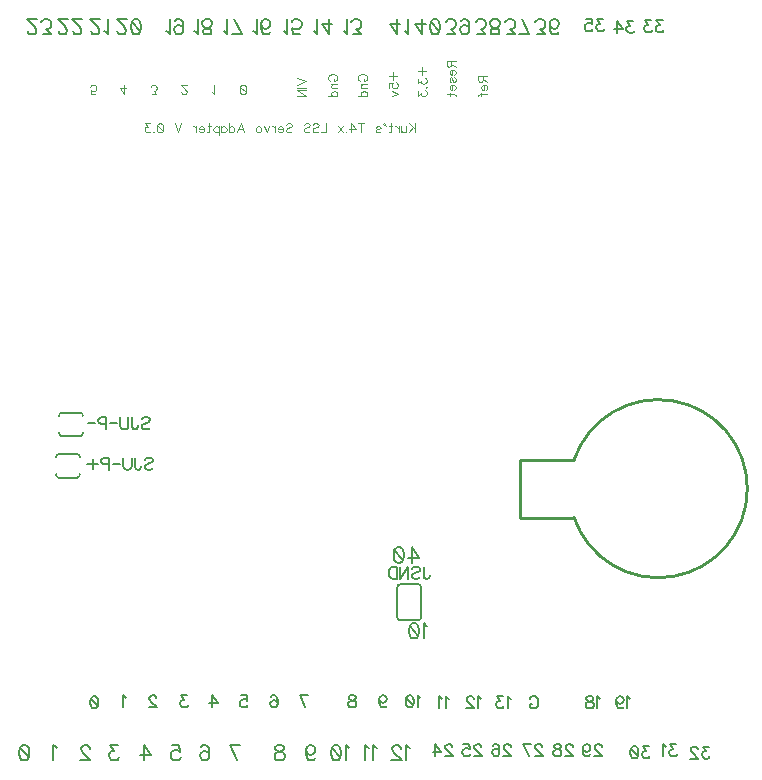
<source format=gbo>
G04 DipTrace 3.3.1.3*
G04 T4LSSArduinoShield.gbo*
%MOIN*%
G04 #@! TF.FileFunction,Legend,Bot*
G04 #@! TF.Part,Single*
%ADD10C,0.009843*%
%ADD21C,0.008*%
%ADD36C,0.006*%
%ADD134C,0.006176*%
%ADD135C,0.00772*%
%ADD136C,0.007*%
%ADD137C,0.004632*%
%FSLAX26Y26*%
G04*
G70*
G90*
G75*
G01*
G04 BotSilk*
%LPD*%
X606922Y1364330D2*
D21*
X669911D1*
X606922Y1443070D2*
G03X599040Y1431259I1971J-9850D01*
G01*
X677793D2*
G03X669911Y1443070I-9852J1961D01*
G01*
X677793Y1376141D2*
G02X669911Y1364330I-9852J-1961D01*
G01*
X606922D2*
G02X599040Y1376141I1971J9850D01*
G01*
X669911Y1443070D2*
X606922D1*
X616922Y1502330D2*
X679911D1*
X616922Y1581070D2*
G03X609040Y1569259I1971J-9850D01*
G01*
X687793D2*
G03X679911Y1581070I-9852J1961D01*
G01*
X687793Y1514141D2*
G02X679911Y1502330I-9852J-1961D01*
G01*
X616922D2*
G02X609040Y1514141I1971J9850D01*
G01*
X679911Y1581070D2*
X616922D1*
X1735700Y998704D2*
D36*
Y898696D1*
X1815700Y998704D2*
G03X1805700Y1008700I-9997J-1D01*
G01*
Y888700D2*
G03X1815700Y898696I3J9997D01*
G01*
X1745700Y888700D2*
G02X1735700Y898696I-3J9997D01*
G01*
Y998704D2*
G02X1745700Y1008700I9997J-1D01*
G01*
X1805700D1*
X1745700Y888700D2*
X1805700D1*
X1815700Y898696D2*
Y998704D1*
X2145039Y1424175D2*
D10*
Y1231225D1*
Y1424175D2*
X2325337D1*
X2145039Y1231225D2*
X2325337D1*
Y1424175D2*
G02X2325337Y1231225I280731J-96475D01*
G01*
X894108Y1424530D2*
D134*
X897910Y1428377D1*
X903658Y1430278D1*
X911308D1*
X917056Y1428377D1*
X920903Y1424530D1*
Y1420728D1*
X918957Y1416881D1*
X917056Y1414980D1*
X913253Y1413079D1*
X901757Y1409232D1*
X897910Y1407331D1*
X896009Y1405385D1*
X894108Y1401583D1*
Y1395834D1*
X897910Y1392032D1*
X903658Y1390086D1*
X911308D1*
X917056Y1392032D1*
X920903Y1395834D1*
X862611Y1430278D2*
Y1399681D1*
X864512Y1393933D1*
X866458Y1392032D1*
X870260Y1390086D1*
X874107D1*
X877910Y1392032D1*
X879811Y1393933D1*
X881756Y1399681D1*
Y1403484D1*
X850260Y1430278D2*
Y1401583D1*
X848358Y1395834D1*
X844512Y1392032D1*
X838764Y1390086D1*
X834961D1*
X829213Y1392032D1*
X825366Y1395834D1*
X823465Y1401583D1*
Y1430278D1*
X811114Y1410160D2*
X789006D1*
X776654Y1409232D2*
X759410D1*
X753707Y1411133D1*
X751761Y1413079D1*
X749860Y1416881D1*
Y1422629D1*
X751761Y1426432D1*
X753707Y1428377D1*
X759410Y1430278D1*
X776654D1*
Y1390086D1*
X720308Y1427382D2*
Y1392938D1*
X737508Y1410138D2*
X703064D1*
X883940Y1559530D2*
X887742Y1563377D1*
X893490Y1565278D1*
X901140D1*
X906888Y1563377D1*
X910734Y1559530D1*
Y1555728D1*
X908789Y1551881D1*
X906888Y1549980D1*
X903085Y1548079D1*
X891589Y1544232D1*
X887742Y1542331D1*
X885841Y1540385D1*
X883940Y1536583D1*
Y1530834D1*
X887742Y1527032D1*
X893490Y1525086D1*
X901140D1*
X906888Y1527032D1*
X910734Y1530834D1*
X852443Y1565278D2*
Y1534681D1*
X854344Y1528933D1*
X856290Y1527032D1*
X860092Y1525086D1*
X863939D1*
X867742Y1527032D1*
X869643Y1528933D1*
X871588Y1534681D1*
Y1538484D1*
X840092Y1565278D2*
Y1536583D1*
X838190Y1530834D1*
X834344Y1527032D1*
X828596Y1525086D1*
X824793D1*
X819045Y1527032D1*
X815198Y1530834D1*
X813297Y1536583D1*
Y1565278D1*
X800946Y1545160D2*
X778838D1*
X766486Y1544232D2*
X749242D1*
X743538Y1546133D1*
X741593Y1548079D1*
X739692Y1551881D1*
Y1557629D1*
X741593Y1561432D1*
X743538Y1563377D1*
X749242Y1565278D1*
X766486D1*
Y1525086D1*
X727340Y1545160D2*
X705232D1*
X1824846Y1067278D2*
Y1036681D1*
X1826748Y1030933D1*
X1828693Y1029032D1*
X1832496Y1027086D1*
X1836342D1*
X1840145Y1029032D1*
X1842046Y1030933D1*
X1843992Y1036681D1*
Y1040484D1*
X1785700Y1061530D2*
X1789503Y1065377D1*
X1795251Y1067278D1*
X1802900D1*
X1808648Y1065377D1*
X1812495Y1061530D1*
Y1057728D1*
X1810550Y1053881D1*
X1808648Y1051980D1*
X1804846Y1050079D1*
X1793350Y1046232D1*
X1789503Y1044331D1*
X1787602Y1042385D1*
X1785700Y1038583D1*
Y1032834D1*
X1789503Y1029032D1*
X1795251Y1027086D1*
X1802900D1*
X1808648Y1029032D1*
X1812495Y1032834D1*
X1746554Y1067278D2*
Y1027086D1*
X1773349Y1067278D1*
Y1027086D1*
X1734203Y1067278D2*
Y1027086D1*
X1720806D1*
X1715058Y1029032D1*
X1711211Y1032834D1*
X1709309Y1036681D1*
X1707408Y1042385D1*
Y1051980D1*
X1709309Y1057728D1*
X1711211Y1061530D1*
X1715058Y1065377D1*
X1720806Y1067278D1*
X1734203D1*
X495323Y472546D2*
D135*
X502509Y470169D1*
X507317Y462984D1*
X509694Y451046D1*
Y443861D1*
X507317Y431923D1*
X502509Y424737D1*
X495323Y422361D1*
X490570D1*
X483385Y424737D1*
X478632Y431923D1*
X476200Y443861D1*
Y451046D1*
X478632Y462984D1*
X483385Y470169D1*
X490570Y472546D1*
X495323D1*
X478632Y462984D2*
X507317Y431923D1*
X601694Y462984D2*
X596885Y465416D1*
X589700Y472546D1*
Y422361D1*
X710762Y460607D2*
Y462984D1*
X708385Y467792D1*
X706009Y470169D1*
X701200Y472546D1*
X691638D1*
X686885Y470169D1*
X684509Y467792D1*
X682077Y462984D1*
Y458231D1*
X684509Y453422D1*
X689262Y446293D1*
X713194Y422361D1*
X679700D1*
X803885Y472546D2*
X777632D1*
X791947Y453422D1*
X784762D1*
X780009Y451046D1*
X777632Y448669D1*
X775200Y441484D1*
Y436731D1*
X777632Y429546D1*
X782385Y424737D1*
X789570Y422361D1*
X796755D1*
X803885Y424737D1*
X806262Y427169D1*
X808694Y431923D1*
X890638Y422361D2*
Y472546D1*
X914570Y439108D1*
X878700D1*
X985009Y472546D2*
X1008885D1*
X1011262Y451046D1*
X1008885Y453422D1*
X1001700Y455854D1*
X994570D1*
X987385Y453422D1*
X982577Y448669D1*
X980200Y441484D1*
Y436731D1*
X982577Y429546D1*
X987385Y424737D1*
X994570Y422361D1*
X1001700D1*
X1008885Y424737D1*
X1011262Y427169D1*
X1013694Y431923D1*
X1081077Y465416D2*
X1083453Y470169D1*
X1090638Y472546D1*
X1095392D1*
X1102577Y470169D1*
X1107385Y462984D1*
X1109762Y451046D1*
Y439108D1*
X1107385Y429546D1*
X1102577Y424737D1*
X1095392Y422361D1*
X1093015D1*
X1085885Y424737D1*
X1081077Y429546D1*
X1078700Y436731D1*
Y439108D1*
X1081077Y446293D1*
X1085885Y451046D1*
X1093015Y453422D1*
X1095392D1*
X1102577Y451046D1*
X1107385Y446293D1*
X1109762Y439108D1*
X1203132Y422361D2*
X1179200Y472546D1*
X1212694D1*
X1349200D2*
X1356330Y470169D1*
X1358762Y465416D1*
Y460607D1*
X1356330Y455854D1*
X1351577Y453422D1*
X1342015Y451046D1*
X1334830Y448669D1*
X1330077Y443861D1*
X1327700Y439108D1*
Y431923D1*
X1330077Y427169D1*
X1332453Y424737D1*
X1339638Y422361D1*
X1349200D1*
X1356330Y424737D1*
X1358762Y427169D1*
X1361138Y431923D1*
Y439108D1*
X1358762Y443861D1*
X1353953Y448669D1*
X1346823Y451046D1*
X1337262Y453422D1*
X1332453Y455854D1*
X1330077Y460607D1*
Y465416D1*
X1332453Y470169D1*
X1339638Y472546D1*
X1349200D1*
X1431700Y455854D2*
X1434132Y448669D1*
X1438885Y443861D1*
X1446070Y441484D1*
X1448447D1*
X1455632Y443861D1*
X1460385Y448669D1*
X1462817Y455854D1*
Y458231D1*
X1460385Y465416D1*
X1455632Y470169D1*
X1448447Y472546D1*
X1446070D1*
X1438885Y470169D1*
X1434132Y465416D1*
X1431700Y455854D1*
Y443861D1*
X1434132Y431923D1*
X1438885Y424737D1*
X1446070Y422361D1*
X1450823D1*
X1458009Y424737D1*
X1460385Y429546D1*
X1576126Y462984D2*
X1571318Y465416D1*
X1564133Y472546D1*
Y422361D1*
X1534323Y472546D2*
X1541509Y470169D1*
X1546317Y462984D1*
X1548694Y451046D1*
Y443861D1*
X1546317Y431923D1*
X1541509Y424737D1*
X1534323Y422361D1*
X1529570D1*
X1522385Y424737D1*
X1517632Y431923D1*
X1515200Y443861D1*
Y451046D1*
X1517632Y462984D1*
X1522385Y470169D1*
X1529570Y472546D1*
X1534323D1*
X1517632Y462984D2*
X1546317Y431923D1*
X1667626Y462984D2*
X1662818Y465416D1*
X1655633Y472546D1*
Y422361D1*
X1640194Y462984D2*
X1635385Y465416D1*
X1628200Y472546D1*
Y422361D1*
X1777626Y462984D2*
X1772818Y465416D1*
X1765633Y472546D1*
Y422361D1*
X1747762Y460607D2*
Y462984D1*
X1745385Y467792D1*
X1743009Y470169D1*
X1738200Y472546D1*
X1728638D1*
X1723885Y470169D1*
X1721509Y467792D1*
X1719077Y462984D1*
Y458231D1*
X1721509Y453422D1*
X1726262Y446293D1*
X1750194Y422361D1*
X1716700D1*
X1557340Y2851954D2*
D136*
X1562149Y2849522D1*
X1569334Y2842392D1*
Y2892577D1*
X1588142Y2842392D2*
X1614395D1*
X1600081Y2861516D1*
X1607266Y2861515D1*
X1612019Y2863892D1*
X1614395Y2866269D1*
X1616827Y2873454D1*
Y2878207D1*
X1614395Y2885392D1*
X1609642Y2890200D1*
X1602457Y2892577D1*
X1595272D1*
X1588142Y2890200D1*
X1585766Y2887769D1*
X1583334Y2883015D1*
X2522744Y2886644D2*
D134*
X2501741D1*
X2513193Y2871345D1*
X2507445D1*
X2503643Y2869444D1*
X2501741Y2867543D1*
X2499796Y2861795D1*
Y2857992D1*
X2501741Y2852244D1*
X2505544Y2848397D1*
X2511292Y2846496D1*
X2517040D1*
X2522744Y2848397D1*
X2524645Y2850343D1*
X2526590Y2854145D1*
X2468299Y2846496D2*
Y2886644D1*
X2487444Y2859893D1*
X2458748D1*
X2422793Y2892694D2*
X2401790D1*
X2413242Y2877395D1*
X2407494D1*
X2403691Y2875494D1*
X2401790Y2873593D1*
X2399845Y2867845D1*
Y2864042D1*
X2401790Y2858294D1*
X2405593Y2854447D1*
X2411341Y2852546D1*
X2417089D1*
X2422793Y2854447D1*
X2424694Y2856393D1*
X2426639Y2860195D1*
X2364545Y2892694D2*
X2383647D1*
X2385548Y2875494D1*
X2383647Y2877395D1*
X2377898Y2879341D1*
X2372195D1*
X2366447Y2877395D1*
X2362600Y2873593D1*
X2360699Y2867845D1*
Y2864042D1*
X2362600Y2858294D1*
X2366447Y2854447D1*
X2372195Y2852546D1*
X2377898D1*
X2383647Y2854447D1*
X2385548Y2856393D1*
X2387493Y2860195D1*
X1457700Y2851954D2*
D136*
X1462508Y2849522D1*
X1469694Y2842392D1*
Y2892577D1*
X1507625D2*
Y2842392D1*
X1483694Y2875830D1*
X1519563D1*
X1357700Y2851954D2*
X1362508Y2849522D1*
X1369693Y2842392D1*
X1369694Y2892577D1*
X1412378Y2842392D2*
X1388502D1*
X1386125Y2863892D1*
X1388502Y2861516D1*
X1395687Y2859084D1*
X1402817D1*
X1410002Y2861515D1*
X1414810Y2866269D1*
X1417187Y2873454D1*
Y2878207D1*
X1414810Y2885392D1*
X1410002Y2890200D1*
X1402817Y2892577D1*
X1395687D1*
X1388502Y2890200D1*
X1386125Y2887769D1*
X1383693Y2883015D1*
X1255700Y2851954D2*
X1260509Y2849522D1*
X1267694Y2842392D1*
Y2892577D1*
X1310378Y2849522D2*
X1308002Y2844769D1*
X1300817Y2842392D1*
X1296064D1*
X1288879Y2844769D1*
X1284070Y2851954D1*
X1281694Y2863892D1*
Y2875830D1*
X1284070Y2885392D1*
X1288879Y2890200D1*
X1296064Y2892577D1*
X1298440D1*
X1305570Y2890200D1*
X1310378Y2885392D1*
X1312755Y2878207D1*
Y2875830D1*
X1310378Y2868645D1*
X1305570Y2863892D1*
X1298440Y2861516D1*
X1296064D1*
X1288879Y2863892D1*
X1284070Y2868645D1*
X1281694Y2875830D1*
X1157700Y2851954D2*
X1162508Y2849522D1*
X1169693Y2842392D1*
X1169694Y2892577D1*
X1193255D2*
X1217187Y2842392D1*
X1183693D1*
X1059700Y2851954D2*
X1064509Y2849522D1*
X1071694Y2842392D1*
Y2892577D1*
X1097632Y2842392D2*
X1090502Y2844769D1*
X1088070Y2849522D1*
Y2854330D1*
X1090502Y2859084D1*
X1095255Y2861516D1*
X1104817Y2863892D1*
X1112002Y2866269D1*
X1116755Y2871077D1*
X1119132Y2875830D1*
Y2883015D1*
X1116755Y2887769D1*
X1114378Y2890200D1*
X1107193Y2892577D1*
X1097632D1*
X1090502Y2890200D1*
X1088070Y2887769D1*
X1085694Y2883015D1*
Y2875830D1*
X1088070Y2871077D1*
X1092879Y2866269D1*
X1100008Y2863892D1*
X1109570Y2861515D1*
X1114378Y2859084D1*
X1116755Y2854330D1*
Y2849522D1*
X1114378Y2844769D1*
X1107193Y2842392D1*
X1097632D1*
X965700Y2851954D2*
X970508Y2849522D1*
X977693Y2842392D1*
Y2892577D1*
X1022810Y2859084D2*
X1020378Y2866269D1*
X1015625Y2871077D1*
X1008440Y2873454D1*
X1006063D1*
X998878Y2871077D1*
X994125Y2866269D1*
X991693Y2859084D1*
Y2856707D1*
X994125Y2849522D1*
X998878Y2844769D1*
X1006063Y2842392D1*
X1008440D1*
X1015625Y2844769D1*
X1020378Y2849522D1*
X1022810Y2859084D1*
Y2871077D1*
X1020378Y2883015D1*
X1015625Y2890200D1*
X1008440Y2892577D1*
X1003687D1*
X996502Y2890200D1*
X994125Y2885392D1*
X803132Y2854330D2*
Y2851954D1*
X805509Y2847145D1*
X807885Y2844769D1*
X812694Y2842392D1*
X822255D1*
X827008Y2844769D1*
X829385Y2847145D1*
X831817Y2851954D1*
Y2856707D1*
X829385Y2861516D1*
X824632Y2868645D1*
X800700Y2892577D1*
X834194D1*
X862563Y2842392D2*
X855378Y2844769D1*
X850570Y2851954D1*
X848193Y2863892D1*
Y2871077D1*
X850570Y2883015D1*
X855379Y2890200D1*
X862564Y2892577D1*
X867317D1*
X874502Y2890200D1*
X879255Y2883015D1*
X881687Y2871077D1*
Y2863892D1*
X879255Y2851954D1*
X874502Y2844769D1*
X867317Y2842392D1*
X862563D1*
X879255Y2851954D2*
X850570Y2883015D1*
X714632Y2854330D2*
Y2851954D1*
X717008Y2847145D1*
X719385Y2844769D1*
X724193Y2842392D1*
X733755D1*
X738508Y2844769D1*
X740885Y2847145D1*
X743317Y2851954D1*
Y2856707D1*
X740885Y2861516D1*
X736132Y2868645D1*
X712200Y2892577D1*
X745693D1*
X759693Y2851954D2*
X764502Y2849522D1*
X771687Y2842392D1*
Y2892577D1*
X607132Y2854330D2*
Y2851954D1*
X609509Y2847145D1*
X611885Y2844769D1*
X616694Y2842392D1*
X626255D1*
X631008Y2844769D1*
X633385Y2847145D1*
X635817Y2851954D1*
Y2856707D1*
X633385Y2861516D1*
X628632Y2868645D1*
X604700Y2892577D1*
X638194D1*
X654625Y2854330D2*
Y2851954D1*
X657002Y2847145D1*
X659378Y2844769D1*
X664187Y2842392D1*
X673749D1*
X678502Y2844769D1*
X680878Y2847145D1*
X683310Y2851954D1*
Y2856707D1*
X680878Y2861515D1*
X676125Y2868645D1*
X652194Y2892577D1*
X685687D1*
X504132Y2854330D2*
Y2851954D1*
X506509Y2847145D1*
X508885Y2844769D1*
X513694Y2842392D1*
X523255D1*
X528008Y2844769D1*
X530385Y2847145D1*
X532817Y2851954D1*
Y2856707D1*
X530385Y2861516D1*
X525632Y2868645D1*
X501700Y2892577D1*
X535194D1*
X554002Y2842392D2*
X580255D1*
X565940Y2861516D1*
X573125Y2861515D1*
X577878Y2863892D1*
X580255Y2866269D1*
X582687Y2873454D1*
Y2878207D1*
X580255Y2885392D1*
X575502Y2890200D1*
X568317Y2892577D1*
X561132D1*
X554002Y2890200D1*
X551625Y2887769D1*
X549193Y2883015D1*
X1794628Y2545422D2*
D137*
Y2515278D1*
X1774532Y2545422D2*
X1794628Y2525326D1*
X1787466Y2532523D2*
X1774532Y2515278D1*
X1765269Y2535374D2*
Y2521015D1*
X1763843Y2516738D1*
X1760958Y2515278D1*
X1756647D1*
X1753795Y2516738D1*
X1749484Y2521015D1*
Y2535374D2*
Y2515278D1*
X1740220Y2535374D2*
Y2515278D1*
Y2526752D2*
X1738761Y2531063D1*
X1735909Y2533948D1*
X1733024Y2535374D1*
X1728713D1*
X1715139Y2545422D2*
Y2521015D1*
X1713713Y2516738D1*
X1710828Y2515278D1*
X1707976D1*
X1719450Y2535374D2*
X1709402D1*
X1691516Y2545389D2*
X1698712Y2536767D1*
X1690090Y2543963D1*
X1691516Y2545389D1*
X1665042Y2531063D2*
X1666468Y2533948D1*
X1670779Y2535374D1*
X1675090D1*
X1679401Y2533948D1*
X1680827Y2531063D1*
X1679401Y2528211D1*
X1676516Y2526752D1*
X1669353Y2525326D1*
X1666468Y2523900D1*
X1665042Y2521015D1*
Y2519589D1*
X1666468Y2516738D1*
X1670779Y2515278D1*
X1675090D1*
X1679401Y2516738D1*
X1680827Y2519589D1*
X1616569Y2545422D2*
Y2515278D1*
X1626617Y2545422D2*
X1606521D1*
X1582899Y2515278D2*
Y2545389D1*
X1597258Y2525326D1*
X1575736D1*
X1565046Y2518163D2*
X1566472Y2516704D1*
X1565046Y2515278D1*
X1563587Y2516704D1*
X1565046Y2518163D1*
X1554324Y2535374D2*
X1538539Y2515278D1*
Y2535374D2*
X1554324Y2515278D1*
X1500115Y2545422D2*
Y2515278D1*
X1482904D1*
X1453544Y2541111D2*
X1456396Y2543996D1*
X1460707Y2545422D1*
X1466444D1*
X1470755Y2543996D1*
X1473640Y2541111D1*
Y2538259D1*
X1472181Y2535374D1*
X1470755Y2533948D1*
X1467903Y2532523D1*
X1459281Y2529637D1*
X1456396Y2528211D1*
X1454970Y2526752D1*
X1453544Y2523900D1*
Y2519589D1*
X1456396Y2516738D1*
X1460707Y2515278D1*
X1466444D1*
X1470755Y2516738D1*
X1473640Y2519589D1*
X1424185Y2541111D2*
X1427037Y2543996D1*
X1431348Y2545422D1*
X1437085D1*
X1441396Y2543996D1*
X1444281Y2541111D1*
Y2538259D1*
X1442822Y2535374D1*
X1441396Y2533948D1*
X1438544Y2532523D1*
X1429922Y2529637D1*
X1427037Y2528211D1*
X1425611Y2526752D1*
X1424185Y2523900D1*
Y2519589D1*
X1427037Y2516738D1*
X1431348Y2515278D1*
X1437085D1*
X1441396Y2516738D1*
X1444281Y2519589D1*
X1365665Y2541111D2*
X1368516Y2543996D1*
X1372827Y2545422D1*
X1378564D1*
X1382875Y2543996D1*
X1385761Y2541111D1*
Y2538259D1*
X1384301Y2535374D1*
X1382875Y2533948D1*
X1380024Y2532523D1*
X1371402Y2529637D1*
X1368516Y2528211D1*
X1367091Y2526752D1*
X1365665Y2523900D1*
Y2519589D1*
X1368516Y2516738D1*
X1372827Y2515278D1*
X1378564D1*
X1382875Y2516738D1*
X1385761Y2519589D1*
X1356401Y2526752D2*
X1339190D1*
Y2529637D1*
X1340616Y2532523D1*
X1342042Y2533948D1*
X1344927Y2535374D1*
X1349238D1*
X1352090Y2533948D1*
X1354975Y2531063D1*
X1356401Y2526752D1*
Y2523900D1*
X1354975Y2519589D1*
X1352090Y2516738D1*
X1349238Y2515278D1*
X1344927D1*
X1342042Y2516738D1*
X1339190Y2519589D1*
X1329927Y2535374D2*
Y2515278D1*
Y2526752D2*
X1328467Y2531063D1*
X1325616Y2533948D1*
X1322730Y2535374D1*
X1318419D1*
X1309156D2*
X1300534Y2515278D1*
X1291945Y2535374D1*
X1275518D2*
X1278370Y2533948D1*
X1281255Y2531063D1*
X1282681Y2526752D1*
Y2523900D1*
X1281255Y2519589D1*
X1278370Y2516738D1*
X1275518Y2515278D1*
X1271207D1*
X1268322Y2516738D1*
X1265470Y2519589D1*
X1264011Y2523900D1*
Y2526752D1*
X1265470Y2531063D1*
X1268322Y2533948D1*
X1271207Y2535374D1*
X1275518D1*
X1202606Y2515278D2*
X1214113Y2545422D1*
X1225587Y2515278D1*
X1221276Y2525326D2*
X1206917D1*
X1176132Y2545422D2*
Y2515278D1*
Y2531063D2*
X1178984Y2533948D1*
X1181869Y2535374D1*
X1186180D1*
X1189032Y2533948D1*
X1191917Y2531063D1*
X1193343Y2526752D1*
Y2523900D1*
X1191917Y2519589D1*
X1189032Y2516738D1*
X1186180Y2515278D1*
X1181869D1*
X1178984Y2516738D1*
X1176132Y2519589D1*
X1149657Y2535374D2*
Y2515278D1*
Y2531063D2*
X1152509Y2533948D1*
X1155394Y2535374D1*
X1159672D1*
X1162557Y2533948D1*
X1165409Y2531063D1*
X1166868Y2526752D1*
Y2523900D1*
X1165409Y2519589D1*
X1162557Y2516738D1*
X1159672Y2515278D1*
X1155394D1*
X1152509Y2516738D1*
X1149657Y2519589D1*
X1140394Y2535374D2*
Y2505230D1*
Y2531063D2*
X1137509Y2533915D1*
X1134657Y2535374D1*
X1130346D1*
X1127461Y2533915D1*
X1124609Y2531063D1*
X1123150Y2526752D1*
Y2523867D1*
X1124609Y2519589D1*
X1127461Y2516704D1*
X1130346Y2515278D1*
X1134657D1*
X1137509Y2516704D1*
X1140394Y2519589D1*
X1109575Y2545422D2*
Y2521015D1*
X1108149Y2516738D1*
X1105264Y2515278D1*
X1102412D1*
X1113886Y2535374D2*
X1103838D1*
X1093148Y2526752D2*
X1075938D1*
Y2529637D1*
X1077363Y2532523D1*
X1078789Y2533948D1*
X1081675Y2535374D1*
X1085986D1*
X1088837Y2533948D1*
X1091723Y2531063D1*
X1093148Y2526752D1*
Y2523900D1*
X1091723Y2519589D1*
X1088837Y2516738D1*
X1085986Y2515278D1*
X1081675D1*
X1078789Y2516738D1*
X1075938Y2519589D1*
X1066674Y2535374D2*
Y2515278D1*
Y2526752D2*
X1065215Y2531063D1*
X1062363Y2533948D1*
X1059478Y2535374D1*
X1055167D1*
X1016743Y2545422D2*
X1005269Y2515278D1*
X993795Y2545422D1*
X946749Y2545389D2*
X951060Y2543963D1*
X953945Y2539652D1*
X955371Y2532489D1*
Y2528178D1*
X953945Y2521015D1*
X951060Y2516704D1*
X946749Y2515278D1*
X943897D1*
X939586Y2516704D1*
X936734Y2521015D1*
X935275Y2528178D1*
Y2532489D1*
X936734Y2539652D1*
X939586Y2543963D1*
X943897Y2545389D1*
X946749D1*
X936734Y2539652D2*
X953945Y2521015D1*
X924585Y2518163D2*
X926011Y2516704D1*
X924585Y2515278D1*
X923126Y2516704D1*
X924585Y2518163D1*
X910977Y2545389D2*
X895226D1*
X903815Y2533915D1*
X899504D1*
X896652Y2532489D1*
X895226Y2531063D1*
X893767Y2526752D1*
Y2523900D1*
X895226Y2519589D1*
X898078Y2516704D1*
X902389Y2515278D1*
X906700D1*
X910977Y2516704D1*
X912403Y2518163D1*
X913863Y2521015D1*
X1919775Y466398D2*
D134*
Y468299D1*
X1917874Y472146D1*
X1915972Y474047D1*
X1912126Y475948D1*
X1904476D1*
X1900674Y474047D1*
X1898772Y472146D1*
X1896827Y468299D1*
Y464497D1*
X1898772Y460650D1*
X1902575Y454946D1*
X1921720Y435801D1*
X1894926D1*
X1863429D2*
Y475948D1*
X1882574Y449198D1*
X1853878D1*
X2016445Y466398D2*
Y468299D1*
X2014543Y472146D1*
X2012642Y474047D1*
X2008795Y475948D1*
X2001146D1*
X1997343Y474047D1*
X1995442Y472146D1*
X1993497Y468299D1*
Y464497D1*
X1995442Y460650D1*
X1999245Y454946D1*
X2018390Y435801D1*
X1991595D1*
X1956296Y475948D2*
X1975397D1*
X1977298Y458749D1*
X1975397Y460650D1*
X1969649Y462595D1*
X1963945D1*
X1958197Y460650D1*
X1954351Y456847D1*
X1952449Y451099D1*
Y447297D1*
X1954351Y441549D1*
X1958197Y437702D1*
X1963945Y435801D1*
X1969649D1*
X1975397Y437702D1*
X1977298Y439647D1*
X1979244Y443450D1*
X2113722Y466398D2*
Y468299D1*
X2111821Y472146D1*
X2109920Y474047D1*
X2106073Y475948D1*
X2098424D1*
X2094621Y474047D1*
X2092720Y472146D1*
X2090774Y468299D1*
Y464497D1*
X2092720Y460650D1*
X2096522Y454946D1*
X2115668Y435801D1*
X2088873D1*
X2053574Y470245D2*
X2055475Y474047D1*
X2061223Y475948D1*
X2065025D1*
X2070774Y474047D1*
X2074620Y468299D1*
X2076522Y458749D1*
Y449198D1*
X2074620Y441549D1*
X2070774Y437702D1*
X2065025Y435801D1*
X2063124D1*
X2057420Y437702D1*
X2053574Y441549D1*
X2051672Y447297D1*
Y449198D1*
X2053574Y454946D1*
X2057420Y458749D1*
X2063124Y460650D1*
X2065025D1*
X2070774Y458749D1*
X2074620Y454946D1*
X2076522Y449198D1*
X2218694Y466398D2*
Y468299D1*
X2216793Y472146D1*
X2214891Y474047D1*
X2211045Y475948D1*
X2203395D1*
X2199593Y474047D1*
X2197691Y472146D1*
X2195746Y468299D1*
Y464497D1*
X2197691Y460650D1*
X2201494Y454946D1*
X2220639Y435801D1*
X2193845D1*
X2173844D2*
X2154699Y475948D1*
X2181493D1*
X2320484Y466398D2*
Y468299D1*
X2318583Y472146D1*
X2316682Y474047D1*
X2312835Y475948D1*
X2305186D1*
X2301383Y474047D1*
X2299482Y472146D1*
X2297536Y468299D1*
Y464497D1*
X2299482Y460650D1*
X2303284Y454946D1*
X2322430Y435801D1*
X2295635D1*
X2273733Y475948D2*
X2279437Y474047D1*
X2281382Y470245D1*
Y466398D1*
X2279437Y462595D1*
X2275634Y460650D1*
X2267985Y458749D1*
X2262237Y456847D1*
X2258435Y453001D1*
X2256533Y449198D1*
Y443450D1*
X2258435Y439647D1*
X2260336Y437702D1*
X2266084Y435801D1*
X2273733D1*
X2279437Y437702D1*
X2281382Y439647D1*
X2283284Y443450D1*
Y449198D1*
X2281382Y453001D1*
X2277536Y456847D1*
X2271832Y458749D1*
X2264183Y460650D1*
X2260336Y462595D1*
X2258435Y466398D1*
Y470245D1*
X2260336Y474047D1*
X2266084Y475948D1*
X2273733D1*
X2416874Y466398D2*
Y468299D1*
X2414973Y472146D1*
X2413071Y474047D1*
X2409225Y475948D1*
X2401575D1*
X2397773Y474047D1*
X2395872Y472146D1*
X2393926Y468299D1*
Y464497D1*
X2395872Y460650D1*
X2399674Y454946D1*
X2418819Y435801D1*
X2392025D1*
X2354780Y462595D2*
X2356725Y456847D1*
X2360528Y453001D1*
X2366276Y451099D1*
X2368177D1*
X2373925Y453001D1*
X2377728Y456847D1*
X2379673Y462595D1*
Y464497D1*
X2377728Y470245D1*
X2373925Y474047D1*
X2368177Y475948D1*
X2366276D1*
X2360528Y474047D1*
X2356725Y470245D1*
X2354780Y462595D1*
Y453001D1*
X2356725Y443450D1*
X2360528Y437702D1*
X2366276Y435801D1*
X2370079D1*
X2375827Y437702D1*
X2377728Y441549D1*
X2574793Y468632D2*
X2553790D1*
X2565242Y453334D1*
X2559494D1*
X2555691Y451432D1*
X2553790Y449531D1*
X2551845Y443783D1*
Y439980D1*
X2553790Y434232D1*
X2557593Y430386D1*
X2563341Y428484D1*
X2569089D1*
X2574793Y430386D1*
X2576694Y432331D1*
X2578639Y436134D1*
X2527997Y468632D2*
X2533745Y466731D1*
X2537592Y460983D1*
X2539493Y451432D1*
Y445684D1*
X2537592Y436134D1*
X2533745Y430386D1*
X2527997Y428484D1*
X2524195D1*
X2518447Y430386D1*
X2514644Y436134D1*
X2512699Y445684D1*
Y451432D1*
X2514644Y460983D1*
X2518447Y466731D1*
X2524195Y468632D1*
X2527997D1*
X2514644Y460983D2*
X2537592Y436134D1*
X2666192Y475282D2*
X2645190D1*
X2656642Y459983D1*
X2650894D1*
X2647091Y458082D1*
X2645190Y456181D1*
X2643245Y450433D1*
Y446630D1*
X2645190Y440882D1*
X2648993Y437035D1*
X2654741Y435134D1*
X2660489D1*
X2666192Y437035D1*
X2668094Y438981D1*
X2670039Y442783D1*
X2630893Y467632D2*
X2627046Y469578D1*
X2621298Y475282D1*
Y435134D1*
X2774793Y467883D2*
X2753790D1*
X2765242Y452584D1*
X2759494D1*
X2755691Y450683D1*
X2753790Y448782D1*
X2751845Y443034D1*
Y439231D1*
X2753790Y433483D1*
X2757593Y429636D1*
X2763341Y427735D1*
X2769089D1*
X2774793Y429636D1*
X2776694Y431582D1*
X2778639Y435384D1*
X2737548Y458332D2*
Y460233D1*
X2735647Y464080D1*
X2733745Y465982D1*
X2729898Y467883D1*
X2722249D1*
X2718447Y465982D1*
X2716545Y464080D1*
X2714600Y460233D1*
Y456431D1*
X2716545Y452584D1*
X2720348Y446880D1*
X2739493Y427735D1*
X2712699D1*
X2620793Y2888694D2*
X2599790D1*
X2611242Y2873395D1*
X2605494D1*
X2601691Y2871494D1*
X2599790Y2869593D1*
X2597845Y2863845D1*
Y2860042D1*
X2599790Y2854294D1*
X2603593Y2850447D1*
X2609341Y2848546D1*
X2615089D1*
X2620793Y2850447D1*
X2622694Y2852393D1*
X2624639Y2856195D1*
X2581647Y2888694D2*
X2560644D1*
X2572096Y2873395D1*
X2566348D1*
X2562545Y2871494D1*
X2560644Y2869593D1*
X2558699Y2863845D1*
Y2860042D1*
X2560644Y2854294D1*
X2564447Y2850447D1*
X2570195Y2848546D1*
X2575943D1*
X2581647Y2850447D1*
X2583548Y2852393D1*
X2585493Y2856195D1*
X2201385Y2842392D2*
D136*
X2227638D1*
X2213324Y2861516D1*
X2220509D1*
X2225262Y2863892D1*
X2227638Y2866269D1*
X2230070Y2873454D1*
Y2878207D1*
X2227638Y2885392D1*
X2222885Y2890200D1*
X2215700Y2892577D1*
X2208515D1*
X2201385Y2890200D1*
X2199009Y2887769D1*
X2196577Y2883015D1*
X2272755Y2849522D2*
X2270378Y2844769D1*
X2263193Y2842392D1*
X2258440D1*
X2251255Y2844769D1*
X2246447Y2851954D1*
X2244070Y2863892D1*
Y2875830D1*
X2246447Y2885392D1*
X2251255Y2890200D1*
X2258440Y2892577D1*
X2260817D1*
X2267947Y2890200D1*
X2272755Y2885392D1*
X2275132Y2878207D1*
Y2875830D1*
X2272755Y2868645D1*
X2267947Y2863892D1*
X2260817Y2861516D1*
X2258440D1*
X2251255Y2863892D1*
X2246447Y2868645D1*
X2244070Y2875830D1*
X2100632Y2842392D2*
X2126885D1*
X2112570Y2861516D1*
X2119755D1*
X2124508Y2863892D1*
X2126885Y2866269D1*
X2129317Y2873454D1*
Y2878207D1*
X2126885Y2885392D1*
X2122132Y2890200D1*
X2114947Y2892577D1*
X2107762D1*
X2100632Y2890200D1*
X2098255Y2887769D1*
X2095824Y2883015D1*
X2152878Y2892577D2*
X2176810Y2842392D1*
X2143317D1*
X2002564D2*
X2028817D1*
X2014502Y2861516D1*
X2021687D1*
X2026440Y2863892D1*
X2028817Y2866269D1*
X2031249Y2873454D1*
Y2878207D1*
X2028817Y2885392D1*
X2024064Y2890200D1*
X2016879Y2892577D1*
X2009694D1*
X2002564Y2890200D1*
X2000187Y2887769D1*
X1997755Y2883015D1*
X2057187Y2842392D2*
X2050057Y2844769D1*
X2047625Y2849522D1*
Y2854330D1*
X2050057Y2859084D1*
X2054810Y2861516D1*
X2064372Y2863892D1*
X2071557Y2866269D1*
X2076310Y2871077D1*
X2078687Y2875830D1*
Y2883015D1*
X2076310Y2887769D1*
X2073934Y2890200D1*
X2066749Y2892577D1*
X2057187D1*
X2050057Y2890200D1*
X2047625Y2887769D1*
X2045249Y2883015D1*
Y2875830D1*
X2047625Y2871077D1*
X2052434Y2866269D1*
X2059564Y2863892D1*
X2069125Y2861515D1*
X2073934Y2859084D1*
X2076310Y2854330D1*
Y2849522D1*
X2073934Y2844769D1*
X2066749Y2842392D1*
X2057187D1*
X1902885D2*
X1929138D1*
X1914823Y2861516D1*
X1922008D1*
X1926762Y2863892D1*
X1929138Y2866269D1*
X1931570Y2873454D1*
Y2878207D1*
X1929138Y2885392D1*
X1924385Y2890200D1*
X1917200Y2892577D1*
X1910015D1*
X1902885Y2890200D1*
X1900509Y2887769D1*
X1898077Y2883015D1*
X1976687Y2859084D2*
X1974255Y2866269D1*
X1969502Y2871077D1*
X1962317Y2873454D1*
X1959940D1*
X1952755Y2871077D1*
X1948002Y2866269D1*
X1945570Y2859084D1*
Y2856707D1*
X1948002Y2849522D1*
X1952755Y2844769D1*
X1959940Y2842392D1*
X1962317D1*
X1969502Y2844769D1*
X1974255Y2849522D1*
X1976687Y2859084D1*
Y2871077D1*
X1974255Y2883015D1*
X1969502Y2890200D1*
X1962317Y2892577D1*
X1957564D1*
X1950379Y2890200D1*
X1948002Y2885392D1*
X1819255Y2892577D2*
Y2842392D1*
X1795324Y2875830D1*
X1831193D1*
X1859563Y2842392D2*
X1852378Y2844769D1*
X1847570Y2851954D1*
X1845193Y2863892D1*
Y2871077D1*
X1847570Y2883015D1*
X1852379Y2890200D1*
X1859564Y2892577D1*
X1864317D1*
X1871502Y2890200D1*
X1876255Y2883015D1*
X1878687Y2871077D1*
Y2863892D1*
X1876255Y2851954D1*
X1871502Y2844769D1*
X1864317Y2842392D1*
X1859563D1*
X1876255Y2851954D2*
X1847570Y2883015D1*
X1734755Y2892577D2*
Y2842392D1*
X1710823Y2875830D1*
X1746693D1*
X1760693Y2851954D2*
X1765502Y2849522D1*
X1772687Y2842392D1*
Y2892577D1*
X1836126Y868984D2*
D135*
X1831318Y871416D1*
X1824133Y878546D1*
Y828361D1*
X1794323Y878546D2*
X1801509Y876169D1*
X1806317Y868984D1*
X1808694Y857046D1*
Y849861D1*
X1806317Y837923D1*
X1801509Y830737D1*
X1794323Y828361D1*
X1789570D1*
X1782385Y830737D1*
X1777632Y837923D1*
X1775200Y849861D1*
Y857046D1*
X1777632Y868984D1*
X1782385Y876169D1*
X1789570Y878546D1*
X1794323D1*
X1777632Y868984D2*
X1806317Y837923D1*
X1785071Y1081361D2*
Y1131546D1*
X1809003Y1098108D1*
X1773133D1*
X1743323Y1131546D2*
X1750509Y1129169D1*
X1755317Y1121984D1*
X1757694Y1110046D1*
Y1102861D1*
X1755317Y1090923D1*
X1750509Y1083737D1*
X1743323Y1081361D1*
X1738570D1*
X1731385Y1083737D1*
X1726632Y1090923D1*
X1724200Y1102861D1*
Y1110046D1*
X1726632Y1121984D1*
X1731385Y1129169D1*
X1738570Y1131546D1*
X1743323D1*
X1726632Y1121984D2*
X1755317Y1090923D1*
X727727Y635448D2*
D134*
X733475Y633547D1*
X737322Y627799D1*
X739223Y618249D1*
Y612501D1*
X737322Y602950D1*
X733475Y597202D1*
X727727Y595301D1*
X723924D1*
X718176Y597202D1*
X714374Y602950D1*
X712428Y612501D1*
Y618249D1*
X714374Y627799D1*
X718176Y633547D1*
X723924Y635448D1*
X727727D1*
X714374Y627799D2*
X737322Y602950D1*
X831523Y630799D2*
X827676Y632745D1*
X821928Y638448D1*
Y598301D1*
X932777Y628898D2*
Y630799D1*
X930876Y634646D1*
X928975Y636547D1*
X925128Y638448D1*
X917479D1*
X913676Y636547D1*
X911775Y634646D1*
X909830Y630799D1*
Y626997D1*
X911775Y623150D1*
X915578Y617446D1*
X934723Y598301D1*
X907928D1*
X1118479D2*
Y638448D1*
X1137624Y611698D1*
X1108928D1*
X1215275Y638448D2*
X1234376D1*
X1236277Y621249D1*
X1234376Y623150D1*
X1228628Y625095D1*
X1222924D1*
X1217176Y623150D1*
X1213330Y619347D1*
X1211428Y613599D1*
Y609797D1*
X1213330Y604049D1*
X1217176Y600202D1*
X1222924Y598301D1*
X1228628D1*
X1234376Y600202D1*
X1236277Y602147D1*
X1238223Y605950D1*
X1314830Y632745D2*
X1316731Y636547D1*
X1322479Y638448D1*
X1326281D1*
X1332029Y636547D1*
X1335876Y630799D1*
X1337777Y621249D1*
Y611698D1*
X1335876Y604049D1*
X1332029Y600202D1*
X1326281Y598301D1*
X1324380D1*
X1318676Y600202D1*
X1314830Y604049D1*
X1312928Y609797D1*
Y611698D1*
X1314830Y617446D1*
X1318676Y621249D1*
X1324380Y623150D1*
X1326281D1*
X1332029Y621249D1*
X1335876Y617446D1*
X1337777Y611698D1*
X1429574Y598301D2*
X1410428Y638448D1*
X1437223D1*
X1035376D2*
X1014374D1*
X1025826Y623150D1*
X1020078D1*
X1016275Y621249D1*
X1014374Y619347D1*
X1012428Y613599D1*
Y609797D1*
X1014374Y604049D1*
X1018176Y600202D1*
X1023924Y598301D1*
X1029672D1*
X1035376Y600202D1*
X1037277Y602147D1*
X1039223Y605950D1*
X1590128Y638448D2*
X1595832Y636547D1*
X1597777Y632745D1*
Y628898D1*
X1595832Y625095D1*
X1592029Y623150D1*
X1584380Y621249D1*
X1578632Y619347D1*
X1574830Y615501D1*
X1572928Y611698D1*
Y605950D1*
X1574830Y602147D1*
X1576731Y600202D1*
X1582479Y598301D1*
X1590128D1*
X1595832Y600202D1*
X1597777Y602147D1*
X1599679Y605950D1*
Y611698D1*
X1597777Y615501D1*
X1593931Y619347D1*
X1588227Y621249D1*
X1580578Y623150D1*
X1576731Y625095D1*
X1574830Y628898D1*
Y632745D1*
X1576731Y636547D1*
X1582479Y638448D1*
X1590128D1*
X1675928Y625095D2*
X1677874Y619347D1*
X1681676Y615501D1*
X1687424Y613599D1*
X1689326D1*
X1695074Y615501D1*
X1698876Y619347D1*
X1700822Y625095D1*
Y626997D1*
X1698876Y632745D1*
X1695074Y636547D1*
X1689326Y638448D1*
X1687424D1*
X1681676Y636547D1*
X1677874Y632745D1*
X1675928Y625095D1*
Y615501D1*
X1677874Y605950D1*
X1681676Y600202D1*
X1687424Y598301D1*
X1691227D1*
X1696975Y600202D1*
X1698876Y604049D1*
X1813169Y630799D2*
X1809322Y632745D1*
X1803574Y638448D1*
Y598301D1*
X1779727Y638448D2*
X1785475Y636547D1*
X1789322Y630799D1*
X1791223Y621249D1*
Y615501D1*
X1789322Y605950D1*
X1785475Y600202D1*
X1779727Y598301D1*
X1775924D1*
X1770176Y600202D1*
X1766374Y605950D1*
X1764428Y615501D1*
Y621249D1*
X1766374Y630799D1*
X1770176Y636547D1*
X1775924Y638448D1*
X1779727D1*
X1766374Y630799D2*
X1789322Y605950D1*
X1906969Y627799D2*
X1903122Y629745D1*
X1897374Y635448D1*
Y595301D1*
X1885023Y627799D2*
X1881176Y629745D1*
X1875428Y635448D1*
Y595301D1*
X2014669Y627799D2*
X2010822Y629745D1*
X2005074Y635448D1*
Y595301D1*
X1990777Y625898D2*
Y627799D1*
X1988876Y631646D1*
X1986975Y633547D1*
X1983128Y635448D1*
X1975479D1*
X1971676Y633547D1*
X1969775Y631646D1*
X1967830Y627799D1*
Y623997D1*
X1969775Y620150D1*
X1973578Y614446D1*
X1992723Y595301D1*
X1965928D1*
X2113669Y627440D2*
X2109822Y629385D1*
X2104074Y635089D1*
Y594941D1*
X2087876Y635089D2*
X2066874D1*
X2078326Y619790D1*
X2072578D1*
X2068775Y617889D1*
X2066874Y615988D1*
X2064928Y610240D1*
Y606437D1*
X2066874Y600689D1*
X2070676Y596842D1*
X2076424Y594941D1*
X2082172D1*
X2087876Y596842D1*
X2089777Y598788D1*
X2091723Y602590D1*
X2176928Y625582D2*
X2178830Y629385D1*
X2182676Y633232D1*
X2186479Y635133D1*
X2194128D1*
X2197975Y633232D1*
X2201777Y629385D1*
X2203723Y625582D1*
X2205624Y619834D1*
Y610240D1*
X2203723Y604536D1*
X2201777Y600689D1*
X2197975Y596887D1*
X2194128Y594941D1*
X2186479D1*
X2182676Y596887D1*
X2178830Y600689D1*
X2176928Y604536D1*
Y610240D1*
X2186479D1*
X2412625Y627440D2*
X2408778Y629385D1*
X2403030Y635089D1*
Y594941D1*
X2381128Y635089D2*
X2386832Y633188D1*
X2388777Y629385D1*
Y625538D1*
X2386832Y621736D1*
X2383029Y619790D1*
X2375380Y617889D1*
X2369632Y615988D1*
X2365830Y612141D1*
X2363928Y608338D1*
Y602590D1*
X2365830Y598788D1*
X2367731Y596842D1*
X2373479Y594941D1*
X2381128D1*
X2386832Y596842D1*
X2388777Y598788D1*
X2390679Y602590D1*
Y608338D1*
X2388777Y612141D1*
X2384931Y615988D1*
X2379227Y617889D1*
X2371578Y619790D1*
X2367731Y621736D1*
X2365830Y625538D1*
Y629385D1*
X2367731Y633188D1*
X2373479Y635089D1*
X2381128D1*
X2512768Y627440D2*
X2508921Y629385D1*
X2503173Y635089D1*
Y594941D1*
X2465928Y621736D2*
X2467874Y615988D1*
X2471676Y612141D1*
X2477424Y610240D1*
X2479326D1*
X2485074Y612141D1*
X2488876Y615988D1*
X2490822Y621736D1*
Y623637D1*
X2488876Y629385D1*
X2485074Y633188D1*
X2479326Y635089D1*
X2477424D1*
X2471676Y633188D1*
X2467874Y629385D1*
X2465928Y621736D1*
Y612141D1*
X2467874Y602590D1*
X2471676Y596842D1*
X2477424Y594941D1*
X2481227D1*
X2486975Y596842D1*
X2488876Y600689D1*
X1915209Y2754226D2*
D137*
Y2741326D1*
X1913750Y2737015D1*
X1912324Y2735556D1*
X1909472Y2734130D1*
X1906587D1*
X1903735Y2735556D1*
X1902276Y2737015D1*
X1900850Y2741326D1*
Y2754226D1*
X1930994D1*
X1915209Y2744178D2*
X1930994Y2734130D1*
X1919520Y2724867D2*
Y2707656D1*
X1916635D1*
X1913750Y2709082D1*
X1912324Y2710508D1*
X1910898Y2713393D1*
Y2717704D1*
X1912324Y2720556D1*
X1915209Y2723441D1*
X1919520Y2724867D1*
X1922372D1*
X1926683Y2723441D1*
X1929535Y2720556D1*
X1930994Y2717704D1*
Y2713393D1*
X1929535Y2710508D1*
X1926683Y2707656D1*
X1915209Y2682607D2*
X1912324Y2684033D1*
X1910898Y2688344D1*
Y2692655D1*
X1912324Y2696966D1*
X1915209Y2698392D1*
X1918061Y2696966D1*
X1919520Y2694081D1*
X1920946Y2686918D1*
X1922372Y2684033D1*
X1925257Y2682607D1*
X1926683D1*
X1929535Y2684033D1*
X1930994Y2688344D1*
Y2692655D1*
X1929535Y2696966D1*
X1926683Y2698392D1*
X1919520Y2673344D2*
Y2656133D1*
X1916635D1*
X1913750Y2657559D1*
X1912324Y2658985D1*
X1910898Y2661870D1*
Y2666181D1*
X1912324Y2669033D1*
X1915209Y2671918D1*
X1919520Y2673344D1*
X1922372D1*
X1926683Y2671918D1*
X1929535Y2669033D1*
X1930994Y2666181D1*
Y2661870D1*
X1929535Y2658985D1*
X1926683Y2656133D1*
X1900850Y2642558D2*
X1925257D1*
X1929535Y2641132D1*
X1930994Y2638247D1*
Y2635395D1*
X1910898Y2646869D2*
Y2636821D1*
X1806022Y2719196D2*
X1831855D1*
X1818955Y2732096D2*
Y2706263D1*
X1803884Y2694114D2*
Y2678362D1*
X1815357Y2686951D1*
Y2682640D1*
X1816783Y2679788D1*
X1818209Y2678362D1*
X1822520Y2676903D1*
X1825372D1*
X1829683Y2678362D1*
X1832568Y2681214D1*
X1833994Y2685525D1*
Y2689836D1*
X1832568Y2694114D1*
X1831109Y2695540D1*
X1828257Y2696999D1*
X1831109Y2666214D2*
X1832568Y2667640D1*
X1833994Y2666214D1*
X1832568Y2664755D1*
X1831109Y2666214D1*
X1803883Y2652606D2*
Y2636854D1*
X1815357Y2645443D1*
Y2641132D1*
X1816783Y2638280D1*
X1818209Y2636854D1*
X1822520Y2635395D1*
X1825372D1*
X1829683Y2636854D1*
X1832568Y2639706D1*
X1833994Y2644017D1*
Y2648328D1*
X1832568Y2652606D1*
X1831109Y2654032D1*
X1828257Y2655491D1*
X1710022Y2704162D2*
X1735855D1*
X1722955Y2717062D2*
Y2691229D1*
X1707884Y2664755D2*
Y2679081D1*
X1720783Y2680507D1*
X1719357Y2679081D1*
X1717898Y2674770D1*
Y2670492D1*
X1719357Y2666181D1*
X1722209Y2663296D1*
X1726520Y2661870D1*
X1729372D1*
X1733683Y2663296D1*
X1736568Y2666181D1*
X1737994Y2670492D1*
Y2674770D1*
X1736568Y2679081D1*
X1735109Y2680507D1*
X1732257Y2681966D1*
X1717898Y2652606D2*
X1737994Y2643984D1*
X1717898Y2635395D1*
X1612013Y2686918D2*
X1609161Y2688344D1*
X1606276Y2691229D1*
X1604850Y2694081D1*
Y2699818D1*
X1606276Y2702703D1*
X1609161Y2705555D1*
X1612013Y2707014D1*
X1616324Y2708440D1*
X1623520D1*
X1627798Y2707014D1*
X1630683Y2705555D1*
X1633535Y2702703D1*
X1634994Y2699818D1*
Y2694081D1*
X1633535Y2691229D1*
X1630683Y2688344D1*
X1627798Y2686918D1*
X1623520D1*
Y2694081D1*
X1614898Y2677655D2*
X1634994D1*
X1620635D2*
X1616324Y2673344D1*
X1614898Y2670459D1*
Y2666181D1*
X1616324Y2663296D1*
X1620635Y2661870D1*
X1634994D1*
X1604850Y2635395D2*
X1634994D1*
X1619209D2*
X1616324Y2638247D1*
X1614898Y2641132D1*
Y2645443D1*
X1616324Y2648295D1*
X1619209Y2651180D1*
X1623520Y2652606D1*
X1626372D1*
X1630683Y2651180D1*
X1633535Y2648295D1*
X1634994Y2645443D1*
Y2641132D1*
X1633535Y2638247D1*
X1630683Y2635395D1*
X1513013Y2686918D2*
X1510161Y2688344D1*
X1507276Y2691229D1*
X1505850Y2694081D1*
Y2699818D1*
X1507276Y2702703D1*
X1510161Y2705555D1*
X1513013Y2707014D1*
X1517324Y2708440D1*
X1524520D1*
X1528798Y2707014D1*
X1531683Y2705555D1*
X1534535Y2702703D1*
X1535994Y2699818D1*
Y2694081D1*
X1534535Y2691229D1*
X1531683Y2688344D1*
X1528798Y2686918D1*
X1524520D1*
Y2694081D1*
X1515898Y2677655D2*
X1535994D1*
X1521635D2*
X1517324Y2673344D1*
X1515898Y2670459D1*
Y2666181D1*
X1517324Y2663296D1*
X1521635Y2661870D1*
X1535994D1*
X1505850Y2635395D2*
X1535994D1*
X1520209D2*
X1517324Y2638247D1*
X1515898Y2641132D1*
Y2645443D1*
X1517324Y2648295D1*
X1520209Y2651180D1*
X1524520Y2652606D1*
X1527372D1*
X1531683Y2651180D1*
X1534535Y2648295D1*
X1535994Y2645443D1*
Y2641132D1*
X1534535Y2638247D1*
X1531683Y2635395D1*
X1401850Y2696966D2*
X1431994Y2685492D1*
X1401850Y2674018D1*
Y2664755D2*
X1431994D1*
X1401850Y2635395D2*
X1431994D1*
X1401850Y2655491D1*
X1431994D1*
X1220304Y2643288D2*
X1215993Y2644714D1*
X1213108Y2649025D1*
X1211682Y2656188D1*
Y2660499D1*
X1213108Y2667662D1*
X1215993Y2671973D1*
X1220304Y2673399D1*
X1223156D1*
X1227467Y2671973D1*
X1230319Y2667662D1*
X1231778Y2660499D1*
Y2656188D1*
X1230319Y2649025D1*
X1227467Y2644714D1*
X1223156Y2643288D1*
X1220304D1*
X1230319Y2649025D2*
X1213108Y2667662D1*
X1119131Y2649025D2*
X1122017Y2647566D1*
X1126328Y2643288D1*
Y2673398D1*
X1016691Y2650451D2*
Y2649025D1*
X1018117Y2646140D1*
X1019543Y2644714D1*
X1022428Y2643288D1*
X1028165D1*
X1031017Y2644714D1*
X1032442Y2646140D1*
X1033902Y2649025D1*
Y2651877D1*
X1032442Y2654762D1*
X1029591Y2659039D1*
X1015232Y2673399D1*
X1035328Y2673398D1*
X917117Y2643288D2*
X932868D1*
X924280Y2654762D1*
X928591D1*
X931442Y2656188D1*
X932868Y2657614D1*
X934328Y2661925D1*
Y2664776D1*
X932868Y2669087D1*
X930017Y2671973D1*
X925706Y2673399D1*
X921395D1*
X917117Y2671973D1*
X915691Y2670513D1*
X914232Y2667662D1*
X826165Y2673399D2*
Y2643288D1*
X811806Y2663351D1*
X833328Y2663350D1*
X729442Y2643288D2*
X715117D1*
X713691Y2656188D1*
X715117Y2654762D1*
X719428Y2653303D1*
X723706D1*
X728017Y2654762D1*
X730902Y2657614D1*
X732328Y2661925D1*
Y2664776D1*
X730902Y2669087D1*
X728017Y2671973D1*
X723706Y2673399D1*
X719428D1*
X715117Y2671973D1*
X713691Y2670513D1*
X712232Y2667662D1*
X2020209Y2702703D2*
Y2689803D1*
X2018750Y2685492D1*
X2017324Y2684033D1*
X2014472Y2682607D1*
X2011587D1*
X2008735Y2684033D1*
X2007276Y2685492D1*
X2005850Y2689803D1*
Y2702703D1*
X2035994D1*
X2020209Y2692655D2*
X2035994Y2682607D1*
X2024520Y2673344D2*
Y2656133D1*
X2021635D1*
X2018750Y2657559D1*
X2017324Y2658985D1*
X2015898Y2661870D1*
Y2666181D1*
X2017324Y2669033D1*
X2020209Y2671918D1*
X2024520Y2673344D1*
X2027372D1*
X2031683Y2671918D1*
X2034535Y2669033D1*
X2035994Y2666181D1*
Y2661870D1*
X2034535Y2658985D1*
X2031683Y2656133D1*
X2005850Y2635395D2*
Y2638247D1*
X2007276Y2641132D1*
X2011587Y2642558D1*
X2035994D1*
X2015898Y2646869D2*
Y2636821D1*
M02*

</source>
